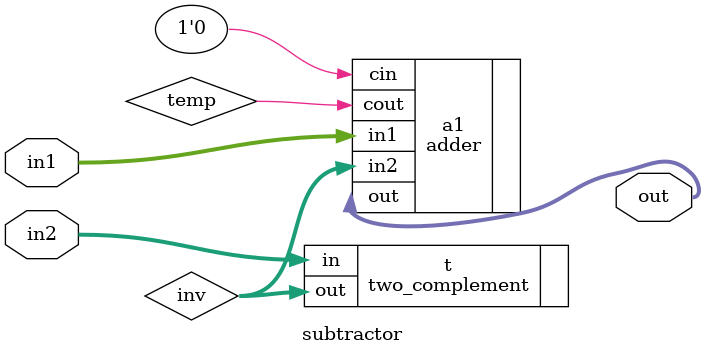
<source format=v>
`timescale 1ns / 1ps


module subtractor #(parameter N =32)(in1, in2, out);
    input [N-1:0] in1, in2;
    output [N-1:0] out;
    wire [N-1:0] inv;
    wire temp;
    two_complement t(.in(in2), .out(inv));
    adder a1(.in1(in1), .in2(inv),.out(out), .cout(temp), .cin(1'b0));
endmodule

</source>
